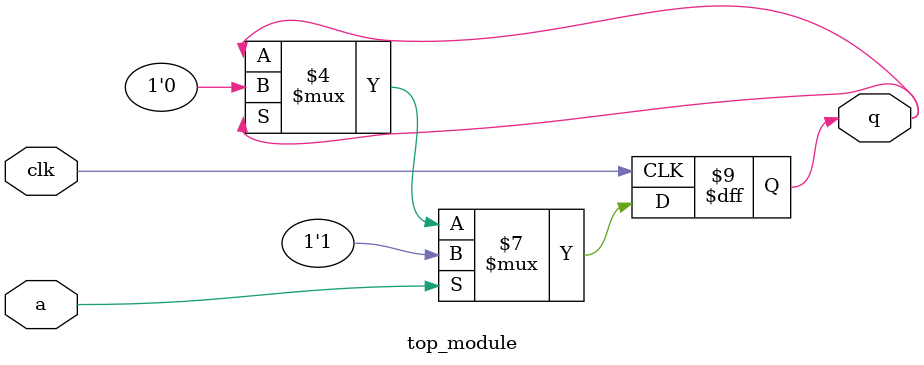
<source format=sv>
module top_module (
  input clk,
  input a,
  output reg q
);

  always @(posedge clk) begin
    if (a == 1) begin
      q <= 1;
    end else if (q == 1) begin
      q <= 0;
    end
  end

endmodule

</source>
